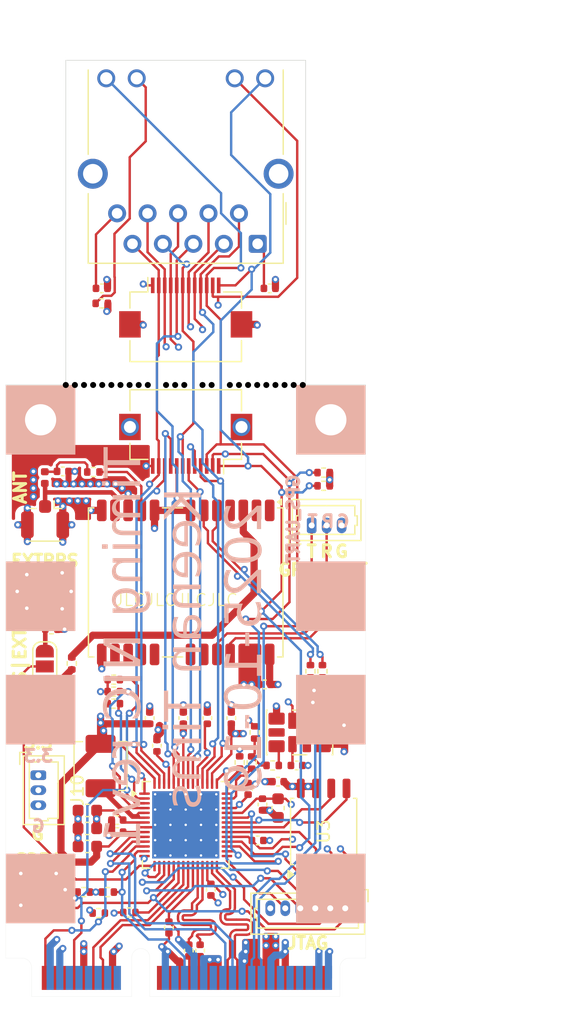
<source format=kicad_pcb>
(kicad_pcb
	(version 20241229)
	(generator "pcbnew")
	(generator_version "9.0")
	(general
		(thickness 1.0412)
		(legacy_teardrops no)
	)
	(paper "A4")
	(title_block
		(title "Timing NIC")
		(date "2025-05-26")
		(rev "1")
	)
	(layers
		(0 "F.Cu" signal)
		(4 "In1.Cu" signal)
		(6 "In2.Cu" signal)
		(2 "B.Cu" signal)
		(9 "F.Adhes" user "F.Adhesive")
		(11 "B.Adhes" user "B.Adhesive")
		(13 "F.Paste" user)
		(15 "B.Paste" user)
		(5 "F.SilkS" user "F.Silkscreen")
		(7 "B.SilkS" user "B.Silkscreen")
		(1 "F.Mask" user)
		(3 "B.Mask" user)
		(17 "Dwgs.User" user "User.Drawings")
		(19 "Cmts.User" user "User.Comments")
		(21 "Eco1.User" user "User.Eco1")
		(23 "Eco2.User" user "User.Eco2")
		(25 "Edge.Cuts" user)
		(27 "Margin" user)
		(31 "F.CrtYd" user "F.Courtyard")
		(29 "B.CrtYd" user "B.Courtyard")
		(35 "F.Fab" user)
		(33 "B.Fab" user)
		(39 "User.1" user)
		(41 "User.2" user)
		(43 "User.3" user)
		(45 "User.4" user)
	)
	(setup
		(stackup
			(layer "F.SilkS"
				(type "Top Silk Screen")
			)
			(layer "F.Paste"
				(type "Top Solder Paste")
			)
			(layer "F.Mask"
				(type "Top Solder Mask")
				(thickness 0.01)
			)
			(layer "F.Cu"
				(type "copper")
				(thickness 0.035)
			)
			(layer "dielectric 1"
				(type "prepreg")
				(thickness 0.2104)
				(material "FR4")
				(epsilon_r 4.5)
				(loss_tangent 0.02)
			)
			(layer "In1.Cu"
				(type "copper")
				(thickness 0.0152)
			)
			(layer "dielectric 2"
				(type "core")
				(thickness 0.5)
				(material "FR4")
				(epsilon_r 4.5)
				(loss_tangent 0.02)
			)
			(layer "In2.Cu"
				(type "copper")
				(thickness 0.0152)
			)
			(layer "dielectric 3"
				(type "prepreg")
				(thickness 0.2104)
				(material "FR4")
				(epsilon_r 4.5)
				(loss_tangent 0.02)
			)
			(layer "B.Cu"
				(type "copper")
				(thickness 0.035)
			)
			(layer "B.Mask"
				(type "Bottom Solder Mask")
				(thickness 0.01)
			)
			(layer "B.Paste"
				(type "Bottom Solder Paste")
			)
			(layer "B.SilkS"
				(type "Bottom Silk Screen")
			)
			(copper_finish "ENIG")
			(dielectric_constraints no)
			(edge_connector yes)
		)
		(pad_to_mask_clearance 0)
		(allow_soldermask_bridges_in_footprints no)
		(tenting front back)
		(grid_origin 35 29.05)
		(pcbplotparams
			(layerselection 0x00000000_00000000_55555555_5755f5ff)
			(plot_on_all_layers_selection 0x00000000_00000000_00000000_00000000)
			(disableapertmacros no)
			(usegerberextensions no)
			(usegerberattributes yes)
			(usegerberadvancedattributes yes)
			(creategerberjobfile yes)
			(dashed_line_dash_ratio 12.000000)
			(dashed_line_gap_ratio 3.000000)
			(svgprecision 4)
			(plotframeref no)
			(mode 1)
			(useauxorigin no)
			(hpglpennumber 1)
			(hpglpenspeed 20)
			(hpglpendiameter 15.000000)
			(pdf_front_fp_property_popups yes)
			(pdf_back_fp_property_popups yes)
			(pdf_metadata yes)
			(pdf_single_document no)
			(dxfpolygonmode yes)
			(dxfimperialunits yes)
			(dxfusepcbnewfont yes)
			(psnegative no)
			(psa4output no)
			(plot_black_and_white yes)
			(sketchpadsonfab no)
			(plotpadnumbers no)
			(hidednponfab no)
			(sketchdnponfab yes)
			(crossoutdnponfab yes)
			(subtractmaskfromsilk no)
			(outputformat 1)
			(mirror no)
			(drillshape 1)
			(scaleselection 1)
			(outputdirectory "")
		)
	)
	(net 0 "")
	(net 1 "+3V3")
	(net 2 "GND")
	(net 3 "VDD_A")
	(net 4 "/minipcie/PER0_N")
	(net 5 "/PE_Tx_N")
	(net 6 "/minipcie/PER0_P")
	(net 7 "/PE_Tx_P")
	(net 8 "Net-(J1-Pin_2)")
	(net 9 "Net-(J1-Pin_3)")
	(net 10 "Net-(J1-Pin_5)")
	(net 11 "Net-(J1-Pin_4)")
	(net 12 "Net-(J5-In)")
	(net 13 "Net-(L1-Pad2)")
	(net 14 "Net-(U1-RBIAS)")
	(net 15 "Net-(U1-~ULP_WAKE)")
	(net 16 "Net-(U1-~LAN_DISABLE)")
	(net 17 "Net-(U1-LAN_PWR_GOOD)")
	(net 18 "/minipcie/USB_DN")
	(net 19 "/minipcie/USB_DP")
	(net 20 "Net-(U1-PHY_CAL)")
	(net 21 "Net-(U2-VCC_RF)")
	(net 22 "Net-(U2-TIMEPULSE)")
	(net 23 "/minipcie/~{WAKE}")
	(net 24 "Net-(U1-SPI_DIN{slash}AUX_PWR)")
	(net 25 "/minipcie/PET0_P")
	(net 26 "/minipcie/REFCLK_P")
	(net 27 "/SMB_CLK")
	(net 28 "Net-(U1-~SPI_CS{slash}PCIE_ENA)")
	(net 29 "/minipcie/~{PERST}")
	(net 30 "/minipcie/REFCLK_N")
	(net 31 "/minipcie/~{CLKREQ}")
	(net 32 "/SMB_DATA")
	(net 33 "Net-(U1-XTAL_IN)")
	(net 34 "unconnected-(U1-XTAL_OUT-Pad40)")
	(net 35 "Net-(U1-SPI_DOUT{slash}SEC_ENA)")
	(net 36 "Net-(U1-SPI_CLK)")
	(net 37 "/minipcie/PET0_N")
	(net 38 "unconnected-(U2-SCL{slash}SPI_CLK-Pad19)")
	(net 39 "+1V5")
	(net 40 "unconnected-(U2-SDA{slash}~{SPI_CS}-Pad18)")
	(net 41 "unconnected-(U2-~{SAFEBOOT}-Pad1)")
	(net 42 "unconnected-(U4-UIM_PWR-Pad8)")
	(net 43 "unconnected-(U4-Reserved-Pad47)")
	(net 44 "unconnected-(U4-~{LED_WWAN}-Pad42)")
	(net 45 "unconnected-(U4-Reserved-Pad45)")
	(net 46 "unconnected-(U2-EXTINT-Pad4)")
	(net 47 "unconnected-(U2-RESERVED-Pad15)")
	(net 48 "unconnected-(U2-RESERVED-Pad17)")
	(net 49 "unconnected-(U2-RESERVED-Pad16)")
	(net 50 "unconnected-(U2-D_SEL-Pad2)")
	(net 51 "unconnected-(U4-~{LED_WPAN}-Pad46)")
	(net 52 "unconnected-(U4-~{LED_WLAN}-Pad44)")
	(net 53 "unconnected-(U4-COEX1-Pad3)")
	(net 54 "unconnected-(U4-Reserved-Pad51)")
	(net 55 "unconnected-(U2-LNA_EN-Pad14)")
	(net 56 "unconnected-(U4-UIM_RESET-Pad14)")
	(net 57 "unconnected-(U4-UIM_C4-Pad19)")
	(net 58 "unconnected-(U4-UIM_C8-Pad17)")
	(net 59 "unconnected-(U4-Reserved-Pad49)")
	(net 60 "unconnected-(U4-UIM_CLK-Pad12)")
	(net 61 "unconnected-(U4-UIM_VPP-Pad16)")
	(net 62 "unconnected-(U4-UIM_DATA-Pad10)")
	(net 63 "unconnected-(U4-COEX2-Pad5)")
	(net 64 "unconnected-(U4-~{W_DISABLE}-Pad20)")
	(net 65 "Net-(Y1-OUT)")
	(net 66 "/MDI_D_P")
	(net 67 "/MDI_C_N")
	(net 68 "/MDI_C_P")
	(net 69 "/MDI_B_P")
	(net 70 "/MDI_D_N")
	(net 71 "/MDI_A_N")
	(net 72 "/MDI_A_P")
	(net 73 "/MDI_B_N")
	(net 74 "/USB_T_DN")
	(net 75 "/USB_T_DP")
	(net 76 "Net-(Y1-FILTER)")
	(net 77 "unconnected-(Y1-VC-Pad1)")
	(net 78 "unconnected-(Y1-Pad5)")
	(net 79 "unconnected-(Y1-Pad8)")
	(net 80 "unconnected-(Y1-Pad10)")
	(net 81 "unconnected-(Y1-Pad2)")
	(net 82 "SDP1")
	(net 83 "PPS_IN")
	(net 84 "Net-(C23-Pad1)")
	(net 85 "Net-(J2-Pin_1)")
	(net 86 "/LED_G_A")
	(net 87 "/LED_G_K")
	(net 88 "Net-(R2-Pad2)")
	(net 89 "Net-(C24-Pad1)")
	(net 90 "Net-(C25-Pad1)")
	(net 91 "Net-(J6-PadP13)")
	(net 92 "/LED_Y_A")
	(net 93 "Net-(J2-Pin_3)")
	(net 94 "/GPS_UART_RX")
	(net 95 "/GPS_UART_TX")
	(net 96 "unconnected-(J10-Pin_2-Pad2)")
	(footprint "Capacitor_SMD:C_0402_1005Metric" (layer "F.Cu") (at 42.6 59.1 90))
	(footprint "Capacitor_SMD:C_0402_1005Metric" (layer "F.Cu") (at 51.6 54))
	(footprint "projlib:NPTH-0.5" (layer "F.Cu") (at 46.4 29.05))
	(footprint "projlib:NPTH-0.5" (layer "F.Cu") (at 48.68 29.05))
	(footprint "Capacitor_SMD:C_0402_1005Metric" (layer "F.Cu") (at 58.2 58.5 90))
	(footprint "projlib:NPTH-0.5" (layer "F.Cu") (at 41.84 29.05))
	(footprint "Package_SO:SOIC-8_5.3x5.3mm_P1.27mm" (layer "F.Cu") (at 56.5 66.25 90))
	(footprint "Connector_Molex:Molex_PicoBlade_53047-0310_1x03_P1.25mm_Vertical" (layer "F.Cu") (at 55.5 40.75))
	(footprint "Capacitor_SMD:C_0603_1608Metric" (layer "F.Cu") (at 36.8 64.5 180))
	(footprint "Capacitor_SMD:C_0402_1005Metric" (layer "F.Cu") (at 50.2 62.7 90))
	(footprint "Resistor_SMD:R_0402_1005Metric" (layer "F.Cu") (at 36.5 71.3 180))
	(footprint "Connector_FFC-FPC:Hirose_FH12-12S-0.5SH_1x12-1MP_P0.50mm_Horizontal" (layer "F.Cu") (at 45 22.6))
	(footprint "projlib:NPTH-0.5" (layer "F.Cu") (at 44.88 29.05))
	(footprint "projlib:Crystal_SMD_5032-10Pin_5.0x3.2mm" (layer "F.Cu") (at 54.5 58 180))
	(footprint "Resistor_SMD:R_0402_1005Metric" (layer "F.Cu") (at 37.75 73.05))
	(footprint "Capacitor_SMD:C_0402_1005Metric" (layer "F.Cu") (at 39.3 65.3 180))
	(footprint "Resistor_SMD:R_0402_1005Metric" (layer "F.Cu") (at 55.4 52.9 90))
	(footprint "Resistor_SMD:R_0402_1005Metric" (layer "F.Cu") (at 38 22.25 180))
	(footprint "projlib:NPTH-0.5" (layer "F.Cu") (at 54.76 29.05))
	(footprint "projlib:NPTH-0.5" (layer "F.Cu") (at 35 29.05))
	(footprint "Resistor_SMD:R_0402_1005Metric" (layer "F.Cu") (at 39 53.6))
	(footprint "Connector_Molex:Molex_PicoBlade_53047-0610_1x06_P1.25mm_Vertical" (layer "F.Cu") (at 58.3 72.65 180))
	(footprint "projlib:NPTH-0.5" (layer "F.Cu") (at 41.08 29.05))
	(footprint "projlib:NPTH-0.5" (layer "F.Cu") (at 47.16 29.05))
	(footprint "Capacitor_SMD:C_0402_1005Metric" (layer "F.Cu") (at 39.3 66.3 180))
	(footprint "Capacitor_SMD:C_0402_1005Metric" (layer "F.Cu") (at 45.26 76.17 90))
	(footprint "Capacitor_SMD:C_0603_1608Metric" (layer "F.Cu") (at 36.8 67.5 180))
	(footprint "Connector_Coaxial:U.FL_Hirose_U.FL-R-SMT-1_Vertical" (layer "F.Cu") (at 33.25 46.75 90))
	(footprint "projlib:NPTH-0.5" (layer "F.Cu") (at 38.04 29.05))
	(footprint "projlib:NPTH-0.5" (layer "F.Cu") (at 37.28 29.05))
	(footprint "projlib:NPTH-0.5" (layer "F.Cu") (at 35.76 29.05))
	(footprint "Connector_Molex:Molex_PicoBlade_53047-0310_1x03_P1.25mm_Vertical" (layer "F.Cu") (at 32.714 61.562 -90))
	(footprint "Capacitor_SMD:C_0402_1005Metric" (layer "F.Cu") (at 47.1 71.1 -90))
	(footprint "Resistor_SMD:R_0402_1005Metric" (layer "F.Cu") (at 52.25 60.75 180))
	(footprint "Resistor_SMD:R_0402_1005Metric" (layer "F.Cu") (at 35.5 52.25 -90))
	(footprint "Capacitor_SMD:C_0402_1005Metric" (layer "F.Cu") (at 46.8 56.8 90))
	(footprint "projlib:NPTH-0.5" (layer "F.Cu") (at 38.8 29.05))
	(footprint "projlib:NPTH-0.5" (layer "F.Cu") (at 40.32 29.05))
	(footprint "projlib:NPTH-0.5" (layer "F.Cu") (at 44.12 29.05))
	(footprint "projlib:NPTH-0.5" (layer "F.Cu") (at 50.96 29.05))
	(footprint "Capacitor_SMD:C_0402_1005Metric" (layer "F.Cu") (at 52 21))
	(footprint "Resistor_SMD:R_0402_1005Metric" (layer "F.Cu") (at 37.3 36.3 180))
	(footprint "Capacitor_SMD:C_0402_1005Metric" (layer "F.Cu") (at 44.8 56.8 90))
	(footprint "Resistor_SMD:R_0402_1005Metric" (layer "F.Cu") (at 56.5 37.45 180))
	(footprint "Capacitor_SMD:C_0402_1005Metric" (layer "F.Cu") (at 52.7 62.1 180))
	(footprint "projlib:NPTH-0.5" (layer "F.Cu") (at 54 29.05))
	(footprint "Inductor_SMD:L_Changjiang_FXL0420" (layer "F.Cu") (at 37.9 60.8 -90))
	(footprint "Capacitor_SMD:C_0402_1005Metric" (layer "F.Cu") (at 43.6 74.25 -90))
	(footprint "Resistor_SMD:R_0402_1005Metric"
		(layer "F.Cu")
		(uuid "87d47f3a-687e-4028-91c9-3feac8ffc9b7")
		(at 33.8 49.4)
		(descr "Resistor SMD 0402 (1005 Metric), square (rectangular) end terminal, IPC-7351 nominal, (Body size source: IPC-SM-782 page 72, https://www.pcb-3d.com/wordpress/wp-content/uploads/ipc-sm-782a_amendment_1_and_2.pdf), generated with kicad-footprint-generator")
		(tags "resistor")
		(property "Reference" "R13"
			(at -2.8 0.6 0)
			(layer "F.SilkS")
			(hide yes)
			(uuid "18b1b236-b034-409e-a718-4c26c5fef3da")
			(effects
				(font
					(size 1 1)
					(thickness 0.15)
				)
			)
		)
		(property "Value" "49.9"
			(at 0 1.17 0)
			(layer "F.Fab")
			(hide yes)
			(uuid "a80e4b1d-2ad7-4d5e-b58e-a43a56e28437")
			(effects
				(font
					(size 1 1)
					(thickness 0.15)
				)
			)
		)
		(property "Datasheet" "~"
			(at 0 0 0)
			(layer "F.Fab")
			(hide yes)
			(uuid "7f581299-1315-4205-baae-41db7e184dd5")
			(effects
				(font
					(size 1.27 1.27)
					(thickness 0.15)
				)
			)
		)
		(property "Description" "Resistor"
			(at 0 0 0)
			(layer "F.Fab")
			(hide yes)
			(uuid "bccf14fc-06aa-4377-b3df-d6e072985d6c")
			(effects
				(font
					(size 1.27 1.27)
					(thickness 0.15)
				)
			)
		)
		(property "LCSC" "C25120"
			(at 0 0 0)
			(unlocked yes)
			(layer "F.Fab")
			(hide yes)
			(uuid "fbde7abd-183c-446a-a70d-646f41f1cee4")
			(effects
				(font
					(size 1 1)
					(thickness 0.15)
				)
			)
		)
		(property ki_fp_filters "R_*")
		(path "/8c064496-8871-4321-9f39-e2543a9ec14b")
		(sheetname "/")
		(sheetfile "timing-nic.kicad_sch")
		(attr smd)
		(fp_line
			(start -0.153641 -0.38)
			(end 0.153641 -0.38)
			(stroke
				(width 0.12)
				(type solid)
			)
			(layer "F.SilkS")
			(uuid "a75452c9-d740-4d9c-a031-eeeab8e15de5")
		)
		(fp_line
			(start -0.153641 0.38)
			(end 0.153641 0.38)
			(stroke
				(width 0.12)
				(type solid)
			)
			(layer "F.SilkS")
			(uuid "136863b7-5e7c-4de6-933f-3a63897d5756")
		)
		(fp_line
			(start -0.93 -0.47)
			(end 0.93 -0.47)
			(
... [796092 chars truncated]
</source>
